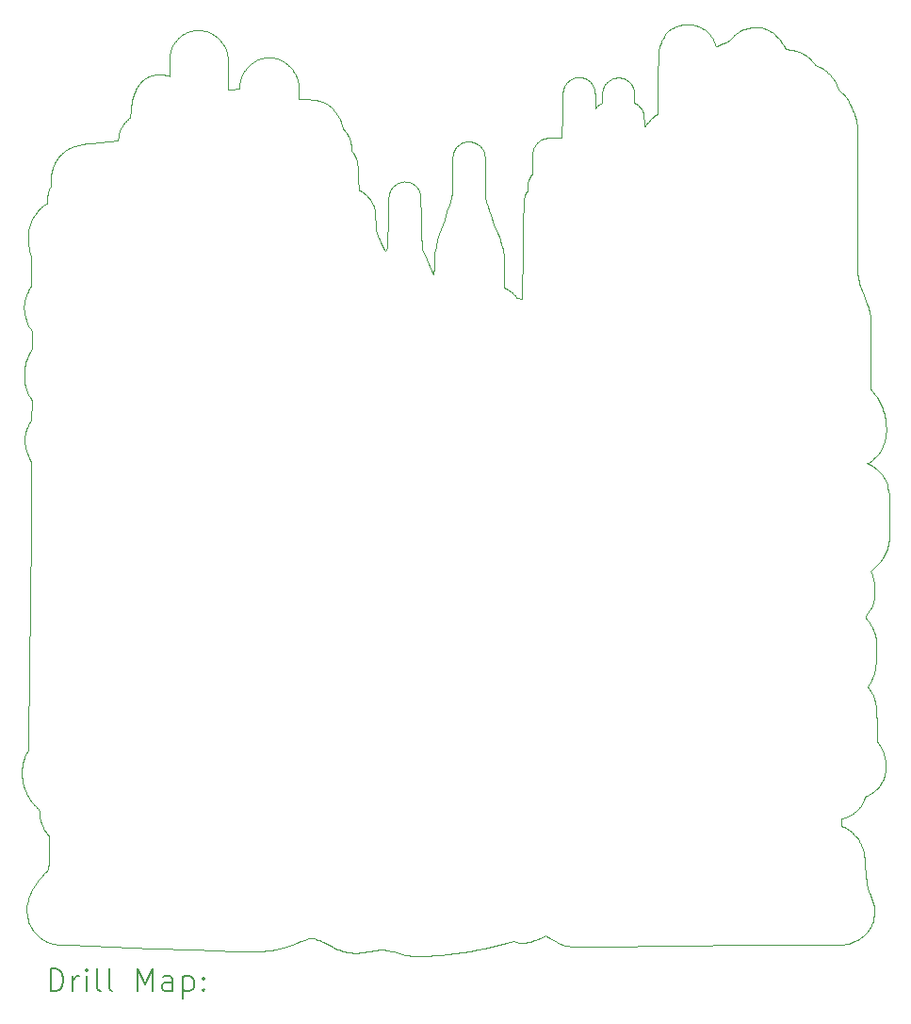
<source format=gbr>
%TF.GenerationSoftware,KiCad,Pcbnew,9.0.3*%
%TF.CreationDate,2025-08-17T22:36:11+02:00*%
%TF.ProjectId,CH32PBG,43483332-5042-4472-9e6b-696361645f70,rev?*%
%TF.SameCoordinates,Original*%
%TF.FileFunction,Drillmap*%
%TF.FilePolarity,Positive*%
%FSLAX45Y45*%
G04 Gerber Fmt 4.5, Leading zero omitted, Abs format (unit mm)*
G04 Created by KiCad (PCBNEW 9.0.3) date 2025-08-17 22:36:11*
%MOMM*%
%LPD*%
G01*
G04 APERTURE LIST*
%ADD10C,0.026458*%
%ADD11C,0.200000*%
G04 APERTURE END LIST*
D10*
X17057172Y-5917095D02*
X17076826Y-5919082D01*
X17087773Y-5920873D01*
X17098618Y-5923158D01*
X17109345Y-5925924D01*
X17119937Y-5929161D01*
X17130377Y-5932856D01*
X17140649Y-5936997D01*
X17150736Y-5941574D01*
X17160623Y-5946574D01*
X17170291Y-5951986D01*
X17179725Y-5957798D01*
X17188909Y-5963999D01*
X17197825Y-5970576D01*
X17206458Y-5977519D01*
X17214790Y-5984815D01*
X17222805Y-5992453D01*
X17230486Y-6000421D01*
X17236009Y-6006580D01*
X17241331Y-6012922D01*
X17246444Y-6019439D01*
X17251343Y-6026124D01*
X17256020Y-6032968D01*
X17260469Y-6039964D01*
X17264683Y-6047106D01*
X17268657Y-6054384D01*
X17272383Y-6061792D01*
X17275855Y-6069322D01*
X17279066Y-6076967D01*
X17282011Y-6084718D01*
X17284681Y-6092569D01*
X17287072Y-6100511D01*
X17289175Y-6108538D01*
X17290986Y-6116641D01*
X17298468Y-6112931D01*
X17306002Y-6109382D01*
X17321198Y-6102693D01*
X17336517Y-6096419D01*
X17351905Y-6090403D01*
X17382657Y-6078519D01*
X17397911Y-6072339D01*
X17413007Y-6065792D01*
X17420265Y-6056170D01*
X17427676Y-6047043D01*
X17435226Y-6038398D01*
X17442905Y-6030223D01*
X17450699Y-6022506D01*
X17458596Y-6015233D01*
X17466584Y-6008394D01*
X17474649Y-6001974D01*
X17482780Y-5995963D01*
X17490964Y-5990347D01*
X17507442Y-5980252D01*
X17523982Y-5971589D01*
X17540486Y-5964260D01*
X17556854Y-5958166D01*
X17572986Y-5953206D01*
X17588782Y-5949281D01*
X17604143Y-5946293D01*
X17618970Y-5944142D01*
X17633162Y-5942728D01*
X17646620Y-5941953D01*
X17659245Y-5941717D01*
X17671634Y-5942431D01*
X17683746Y-5943719D01*
X17695580Y-5945557D01*
X17707137Y-5947924D01*
X17718416Y-5950798D01*
X17729417Y-5954158D01*
X17740139Y-5957983D01*
X17750582Y-5962249D01*
X17760746Y-5966936D01*
X17770631Y-5972022D01*
X17780235Y-5977486D01*
X17789559Y-5983305D01*
X17798603Y-5989458D01*
X17807365Y-5995923D01*
X17824046Y-6009703D01*
X17839600Y-6024473D01*
X17854022Y-6040058D01*
X17867312Y-6056285D01*
X17879466Y-6072980D01*
X17890482Y-6089971D01*
X17900356Y-6107084D01*
X17909087Y-6124145D01*
X17916671Y-6140981D01*
X17926098Y-6141287D01*
X17938153Y-6142229D01*
X17952321Y-6143842D01*
X17968086Y-6146161D01*
X17984933Y-6149222D01*
X18002346Y-6153059D01*
X18011103Y-6155279D01*
X18019809Y-6157707D01*
X18028398Y-6160346D01*
X18036806Y-6163202D01*
X18043017Y-6165511D01*
X18049187Y-6167944D01*
X18055310Y-6170502D01*
X18061381Y-6173186D01*
X18067397Y-6175997D01*
X18073351Y-6178937D01*
X18079239Y-6182008D01*
X18085056Y-6185209D01*
X18090797Y-6188544D01*
X18096456Y-6192012D01*
X18102031Y-6195615D01*
X18107514Y-6199355D01*
X18112902Y-6203233D01*
X18118189Y-6207249D01*
X18123370Y-6211406D01*
X18128441Y-6215705D01*
X18132560Y-6219497D01*
X18136591Y-6223369D01*
X18140537Y-6227320D01*
X18144400Y-6231344D01*
X18148185Y-6235439D01*
X18151894Y-6239602D01*
X18159095Y-6248113D01*
X18166029Y-6256849D01*
X18172719Y-6265782D01*
X18179190Y-6274883D01*
X18185466Y-6284125D01*
X18192026Y-6286431D01*
X18198551Y-6288852D01*
X18205036Y-6291389D01*
X18211476Y-6294040D01*
X18217863Y-6296805D01*
X18224192Y-6299683D01*
X18230457Y-6302674D01*
X18236652Y-6305777D01*
X18240234Y-6307660D01*
X18243780Y-6309607D01*
X18247290Y-6311616D01*
X18250763Y-6313685D01*
X18254201Y-6315813D01*
X18257602Y-6317998D01*
X18264295Y-6322533D01*
X18270842Y-6327276D01*
X18277241Y-6332214D01*
X18283492Y-6337334D01*
X18289594Y-6342622D01*
X18296519Y-6348969D01*
X18303344Y-6355422D01*
X18310051Y-6361996D01*
X18316616Y-6368706D01*
X18323020Y-6375566D01*
X18329241Y-6382591D01*
X18335259Y-6389795D01*
X18338184Y-6393469D01*
X18341051Y-6397193D01*
X18345445Y-6403113D01*
X18349675Y-6409147D01*
X18353742Y-6415290D01*
X18357647Y-6421537D01*
X18361391Y-6427882D01*
X18364975Y-6434322D01*
X18368401Y-6440849D01*
X18371669Y-6447461D01*
X18374782Y-6454151D01*
X18377739Y-6460915D01*
X18380542Y-6467748D01*
X18383192Y-6474644D01*
X18385691Y-6481599D01*
X18388039Y-6488608D01*
X18390238Y-6495666D01*
X18392288Y-6502768D01*
X18402651Y-6510503D01*
X18412729Y-6518967D01*
X18422523Y-6528113D01*
X18432034Y-6537892D01*
X18441264Y-6548257D01*
X18450213Y-6559159D01*
X18458883Y-6570550D01*
X18467275Y-6582382D01*
X18475391Y-6594607D01*
X18483230Y-6607177D01*
X18490795Y-6620044D01*
X18498087Y-6633159D01*
X18505106Y-6646476D01*
X18511854Y-6659945D01*
X18524541Y-6687149D01*
X18530352Y-6701521D01*
X18535695Y-6715939D01*
X18540576Y-6730407D01*
X18545002Y-6744929D01*
X18548977Y-6759509D01*
X18552508Y-6774150D01*
X18555600Y-6788858D01*
X18558260Y-6803634D01*
X18560493Y-6818484D01*
X18562305Y-6833411D01*
X18563701Y-6848419D01*
X18564688Y-6863512D01*
X18565271Y-6878693D01*
X18565456Y-6893968D01*
X18565249Y-6909338D01*
X18564655Y-6924809D01*
X18564253Y-7086621D01*
X18563221Y-7248510D01*
X18561051Y-7765791D01*
X18560702Y-7880565D01*
X18560658Y-7937946D01*
X18561051Y-7995338D01*
X18561263Y-8051924D01*
X18561637Y-8075961D01*
X18562284Y-8098051D01*
X18563279Y-8118865D01*
X18564691Y-8139072D01*
X18566594Y-8159340D01*
X18569060Y-8180339D01*
X18572512Y-8200753D01*
X18577181Y-8221721D01*
X18582893Y-8243090D01*
X18589472Y-8264708D01*
X18596746Y-8286423D01*
X18604539Y-8308082D01*
X18620986Y-8350626D01*
X18652446Y-8428348D01*
X18664670Y-8461088D01*
X18669295Y-8475396D01*
X18672697Y-8488124D01*
X18674139Y-8494700D01*
X18675320Y-8501320D01*
X18676275Y-8507979D01*
X18677040Y-8514667D01*
X18677650Y-8521376D01*
X18678142Y-8528100D01*
X18678911Y-8541558D01*
X18681578Y-8865130D01*
X18682307Y-9026921D01*
X18681948Y-9188702D01*
X18691530Y-9200861D01*
X18704579Y-9218287D01*
X18720133Y-9240363D01*
X18737232Y-9266475D01*
X18746059Y-9280852D01*
X18754913Y-9296007D01*
X18763671Y-9311863D01*
X18772215Y-9328344D01*
X18780423Y-9345373D01*
X18788177Y-9362871D01*
X18795354Y-9380764D01*
X18801837Y-9398973D01*
X18806687Y-9418710D01*
X18810984Y-9438573D01*
X18814683Y-9458548D01*
X18817739Y-9478619D01*
X18820106Y-9498773D01*
X18821739Y-9518995D01*
X18822594Y-9539270D01*
X18822624Y-9559584D01*
X18822361Y-9569033D01*
X18821902Y-9578483D01*
X18821245Y-9587927D01*
X18820384Y-9597357D01*
X18819315Y-9606768D01*
X18818034Y-9616152D01*
X18816537Y-9625502D01*
X18814819Y-9634812D01*
X18812876Y-9644074D01*
X18810705Y-9653282D01*
X18808300Y-9662430D01*
X18805657Y-9671510D01*
X18802773Y-9680515D01*
X18799642Y-9689439D01*
X18796261Y-9698275D01*
X18792626Y-9707016D01*
X18790207Y-9712655D01*
X18787656Y-9718232D01*
X18784975Y-9723746D01*
X18782167Y-9729195D01*
X18779234Y-9734578D01*
X18776180Y-9739892D01*
X18773006Y-9745136D01*
X18769715Y-9750308D01*
X18766310Y-9755406D01*
X18762794Y-9760429D01*
X18759168Y-9765374D01*
X18755435Y-9770239D01*
X18751598Y-9775023D01*
X18747660Y-9779725D01*
X18743623Y-9784342D01*
X18739489Y-9788872D01*
X18734571Y-9793968D01*
X18729561Y-9798967D01*
X18724461Y-9803871D01*
X18719276Y-9808680D01*
X18708658Y-9818020D01*
X18697733Y-9826996D01*
X18686524Y-9835619D01*
X18675055Y-9843897D01*
X18663349Y-9851842D01*
X18651433Y-9859462D01*
X18655433Y-9861050D01*
X18659413Y-9862680D01*
X18663369Y-9864362D01*
X18667302Y-9866102D01*
X18671210Y-9867911D01*
X18675092Y-9869796D01*
X18678947Y-9871765D01*
X18682774Y-9873828D01*
X18687087Y-9876109D01*
X18691353Y-9878476D01*
X18695572Y-9880925D01*
X18699744Y-9883455D01*
X18703868Y-9886063D01*
X18707944Y-9888748D01*
X18711972Y-9891506D01*
X18715951Y-9894337D01*
X18719880Y-9897237D01*
X18723761Y-9900205D01*
X18727592Y-9903237D01*
X18731372Y-9906333D01*
X18738782Y-9912705D01*
X18745987Y-9919303D01*
X18765861Y-9939216D01*
X18783282Y-9959298D01*
X18798397Y-9979944D01*
X18811354Y-10001547D01*
X18822301Y-10024502D01*
X18831384Y-10049203D01*
X18838751Y-10076045D01*
X18844549Y-10105422D01*
X18848926Y-10137728D01*
X18852030Y-10173358D01*
X18854007Y-10212705D01*
X18855005Y-10256165D01*
X18854654Y-10356998D01*
X18852157Y-10479011D01*
X18851311Y-10507518D01*
X18850688Y-10521768D01*
X18849846Y-10535997D01*
X18848721Y-10550192D01*
X18847250Y-10564340D01*
X18845368Y-10578427D01*
X18843010Y-10592440D01*
X18838486Y-10610662D01*
X18833037Y-10628258D01*
X18826706Y-10645261D01*
X18819537Y-10661702D01*
X18811571Y-10677613D01*
X18802851Y-10693027D01*
X18793421Y-10707976D01*
X18783324Y-10722490D01*
X18772601Y-10736604D01*
X18761296Y-10750348D01*
X18749452Y-10763754D01*
X18737112Y-10776855D01*
X18724317Y-10789682D01*
X18711112Y-10802269D01*
X18697539Y-10814645D01*
X18683640Y-10826845D01*
X18688113Y-10837181D01*
X18692294Y-10847644D01*
X18696188Y-10858221D01*
X18699803Y-10868903D01*
X18703145Y-10879679D01*
X18706220Y-10890540D01*
X18709036Y-10901474D01*
X18711597Y-10912472D01*
X18713331Y-10920608D01*
X18714841Y-10928834D01*
X18716137Y-10937122D01*
X18717233Y-10945445D01*
X18718140Y-10953774D01*
X18718870Y-10962081D01*
X18719846Y-10978515D01*
X18720258Y-10994523D01*
X18720201Y-11009879D01*
X18719771Y-11024359D01*
X18719064Y-11037736D01*
X18718449Y-11045841D01*
X18717645Y-11053933D01*
X18716648Y-11062006D01*
X18715457Y-11070052D01*
X18714069Y-11078067D01*
X18712481Y-11086044D01*
X18710693Y-11093977D01*
X18708700Y-11101860D01*
X18706501Y-11109687D01*
X18704094Y-11117451D01*
X18701475Y-11125146D01*
X18698644Y-11132767D01*
X18695597Y-11140307D01*
X18692332Y-11147759D01*
X18688846Y-11155119D01*
X18685138Y-11162380D01*
X18682709Y-11166784D01*
X18680200Y-11171143D01*
X18677615Y-11175456D01*
X18674956Y-11179726D01*
X18669433Y-11188138D01*
X18663657Y-11196389D01*
X18657655Y-11204487D01*
X18651453Y-11212442D01*
X18645076Y-11220262D01*
X18638553Y-11227957D01*
X18638669Y-11231735D01*
X18638735Y-11235365D01*
X18638789Y-11237128D01*
X18638878Y-11238858D01*
X18639019Y-11240557D01*
X18639227Y-11242226D01*
X18639519Y-11243866D01*
X18639909Y-11245480D01*
X18640415Y-11247068D01*
X18640716Y-11247853D01*
X18641052Y-11248631D01*
X18641425Y-11249405D01*
X18641836Y-11250172D01*
X18642288Y-11250935D01*
X18642783Y-11251692D01*
X18643323Y-11252445D01*
X18643910Y-11253192D01*
X18644545Y-11253935D01*
X18645231Y-11254674D01*
X18651663Y-11262733D01*
X18657935Y-11270909D01*
X18664032Y-11279204D01*
X18669938Y-11287624D01*
X18675637Y-11296172D01*
X18681114Y-11304852D01*
X18686353Y-11313670D01*
X18691340Y-11322628D01*
X18696100Y-11331789D01*
X18700752Y-11341024D01*
X18705243Y-11350345D01*
X18709518Y-11359764D01*
X18713526Y-11369292D01*
X18717212Y-11378940D01*
X18718918Y-11383813D01*
X18720523Y-11388720D01*
X18722021Y-11393664D01*
X18723405Y-11398644D01*
X18726567Y-11412664D01*
X18729229Y-11426771D01*
X18731430Y-11440950D01*
X18733209Y-11455185D01*
X18734604Y-11469461D01*
X18735655Y-11483762D01*
X18736401Y-11498075D01*
X18736879Y-11512384D01*
X18737032Y-11529596D01*
X18736921Y-11546810D01*
X18736549Y-11564020D01*
X18735917Y-11581217D01*
X18735028Y-11598395D01*
X18733885Y-11615546D01*
X18732491Y-11632664D01*
X18730846Y-11649740D01*
X18728219Y-11671862D01*
X18726755Y-11682927D01*
X18725133Y-11693975D01*
X18723306Y-11704994D01*
X18721228Y-11715971D01*
X18718856Y-11726893D01*
X18716144Y-11737745D01*
X18714140Y-11744263D01*
X18712018Y-11750755D01*
X18709786Y-11757220D01*
X18707453Y-11763654D01*
X18705027Y-11770057D01*
X18702515Y-11776427D01*
X18699927Y-11782762D01*
X18697270Y-11789060D01*
X18692887Y-11798941D01*
X18688346Y-11808768D01*
X18683625Y-11818516D01*
X18678699Y-11828166D01*
X18673545Y-11837694D01*
X18668140Y-11847079D01*
X18662461Y-11856300D01*
X18656484Y-11865334D01*
X18656442Y-11865503D01*
X18656405Y-11865662D01*
X18656374Y-11865810D01*
X18656349Y-11865948D01*
X18656328Y-11866077D01*
X18656313Y-11866197D01*
X18656303Y-11866307D01*
X18656297Y-11866410D01*
X18656297Y-11866504D01*
X18656301Y-11866590D01*
X18656311Y-11866669D01*
X18656324Y-11866740D01*
X18656343Y-11866805D01*
X18656366Y-11866863D01*
X18656393Y-11866916D01*
X18656424Y-11866962D01*
X18656460Y-11867003D01*
X18656500Y-11867039D01*
X18656544Y-11867070D01*
X18656591Y-11867096D01*
X18656643Y-11867119D01*
X18656698Y-11867138D01*
X18656757Y-11867153D01*
X18656820Y-11867165D01*
X18656956Y-11867182D01*
X18657105Y-11867191D01*
X18657440Y-11867195D01*
X18662626Y-11873222D01*
X18667628Y-11879401D01*
X18672446Y-11885726D01*
X18677078Y-11892189D01*
X18681524Y-11898784D01*
X18685785Y-11905503D01*
X18689859Y-11912341D01*
X18693746Y-11919291D01*
X18697445Y-11926345D01*
X18700957Y-11933497D01*
X18704280Y-11940741D01*
X18707415Y-11948069D01*
X18710360Y-11955475D01*
X18713116Y-11962952D01*
X18715681Y-11970493D01*
X18718056Y-11978092D01*
X18719972Y-11984777D01*
X18721737Y-11991496D01*
X18724844Y-12005030D01*
X18727438Y-12018673D01*
X18729579Y-12032404D01*
X18731327Y-12046203D01*
X18732742Y-12060049D01*
X18733883Y-12073922D01*
X18734813Y-12087801D01*
X18736405Y-12120928D01*
X18737454Y-12154070D01*
X18738393Y-12220377D01*
X18738960Y-12352953D01*
X18743755Y-12358913D01*
X18748426Y-12364972D01*
X18752971Y-12371126D01*
X18757386Y-12377373D01*
X18761670Y-12383712D01*
X18765820Y-12390138D01*
X18769834Y-12396651D01*
X18773710Y-12403247D01*
X18777446Y-12409924D01*
X18781038Y-12416680D01*
X18784485Y-12423513D01*
X18787785Y-12430419D01*
X18790934Y-12437397D01*
X18793931Y-12444444D01*
X18796774Y-12451557D01*
X18799460Y-12458735D01*
X18804925Y-12476595D01*
X18808325Y-12490772D01*
X18811668Y-12507937D01*
X18814578Y-12527706D01*
X18816679Y-12549696D01*
X18817594Y-12573523D01*
X18816947Y-12598803D01*
X18814362Y-12625155D01*
X18809462Y-12652194D01*
X18806027Y-12665851D01*
X18801872Y-12679537D01*
X18796950Y-12693203D01*
X18791214Y-12706801D01*
X18784617Y-12720283D01*
X18777112Y-12733602D01*
X18768652Y-12746709D01*
X18759190Y-12759556D01*
X18748680Y-12772097D01*
X18737073Y-12784282D01*
X18724323Y-12796064D01*
X18710383Y-12807395D01*
X18706078Y-12810695D01*
X18701704Y-12813895D01*
X18697265Y-12816997D01*
X18692763Y-12820006D01*
X18683591Y-12825761D01*
X18674219Y-12831192D01*
X18664678Y-12836333D01*
X18655001Y-12841216D01*
X18645218Y-12845873D01*
X18635361Y-12850339D01*
X18633387Y-12855892D01*
X18631340Y-12861426D01*
X18629216Y-12866936D01*
X18627014Y-12872417D01*
X18624731Y-12877864D01*
X18622366Y-12883273D01*
X18619916Y-12888637D01*
X18617378Y-12893953D01*
X18613846Y-12901158D01*
X18610144Y-12908269D01*
X18606260Y-12915274D01*
X18602185Y-12922162D01*
X18597909Y-12928922D01*
X18593422Y-12935542D01*
X18588714Y-12942011D01*
X18586274Y-12945185D01*
X18583775Y-12948317D01*
X18578147Y-12954929D01*
X18572324Y-12961372D01*
X18566311Y-12967641D01*
X18560115Y-12973732D01*
X18553741Y-12979640D01*
X18547197Y-12985360D01*
X18540489Y-12990889D01*
X18533622Y-12996221D01*
X18526602Y-13001352D01*
X18519437Y-13006277D01*
X18512132Y-13010992D01*
X18504694Y-13015493D01*
X18497128Y-13019774D01*
X18489442Y-13023832D01*
X18481640Y-13027661D01*
X18473730Y-13031257D01*
X18467506Y-13033874D01*
X18461204Y-13036278D01*
X18454833Y-13038501D01*
X18448401Y-13040572D01*
X18441917Y-13042522D01*
X18435391Y-13044382D01*
X18422248Y-13047949D01*
X18422248Y-13113165D01*
X18435385Y-13120094D01*
X18448331Y-13127327D01*
X18461054Y-13134886D01*
X18473521Y-13142788D01*
X18485699Y-13151053D01*
X18497555Y-13159700D01*
X18509058Y-13168749D01*
X18520173Y-13178219D01*
X18530868Y-13188129D01*
X18541111Y-13198499D01*
X18550869Y-13209348D01*
X18560108Y-13220695D01*
X18568797Y-13232559D01*
X18576902Y-13244960D01*
X18584390Y-13257917D01*
X18591230Y-13271450D01*
X18593672Y-13275931D01*
X18596012Y-13280460D01*
X18598250Y-13285035D01*
X18600390Y-13289653D01*
X18604385Y-13299010D01*
X18608015Y-13308514D01*
X18611300Y-13318150D01*
X18614259Y-13327899D01*
X18616911Y-13337746D01*
X18619277Y-13347672D01*
X18622304Y-13363162D01*
X18624898Y-13378659D01*
X18628995Y-13409778D01*
X18631981Y-13441220D01*
X18634268Y-13473181D01*
X18638395Y-13539434D01*
X18641060Y-13574113D01*
X18644676Y-13610085D01*
X18646598Y-13624322D01*
X18647634Y-13631509D01*
X18648732Y-13638714D01*
X18650812Y-13649417D01*
X18652985Y-13659028D01*
X18655260Y-13667730D01*
X18657648Y-13675701D01*
X18660159Y-13683123D01*
X18662804Y-13690175D01*
X18668536Y-13703891D01*
X18674926Y-13718290D01*
X18682057Y-13734813D01*
X18685926Y-13744321D01*
X18690011Y-13754901D01*
X18694323Y-13766733D01*
X18698871Y-13779997D01*
X18702977Y-13793078D01*
X18706662Y-13806302D01*
X18709874Y-13819655D01*
X18712558Y-13833121D01*
X18713685Y-13839891D01*
X18714659Y-13846683D01*
X18715475Y-13853496D01*
X18716125Y-13860327D01*
X18716603Y-13867174D01*
X18716901Y-13874036D01*
X18717013Y-13880910D01*
X18716932Y-13887794D01*
X18715860Y-13905593D01*
X18713936Y-13922737D01*
X18711202Y-13939235D01*
X18707701Y-13955096D01*
X18703474Y-13970326D01*
X18698564Y-13984936D01*
X18693013Y-13998933D01*
X18686863Y-14012326D01*
X18680155Y-14025122D01*
X18672934Y-14037330D01*
X18665239Y-14048960D01*
X18657114Y-14060018D01*
X18648601Y-14070513D01*
X18639741Y-14080454D01*
X18630577Y-14089848D01*
X18621152Y-14098705D01*
X18611506Y-14107033D01*
X18601683Y-14114839D01*
X18581673Y-14128922D01*
X18561458Y-14141020D01*
X18541375Y-14151201D01*
X18521761Y-14159531D01*
X18502953Y-14166077D01*
X18485289Y-14170905D01*
X18469105Y-14174082D01*
X18464433Y-14175073D01*
X18459753Y-14175941D01*
X18455065Y-14176693D01*
X18450370Y-14177338D01*
X18440963Y-14178340D01*
X18431538Y-14179011D01*
X18422102Y-14179418D01*
X18412661Y-14179627D01*
X18393787Y-14179715D01*
X17638671Y-14184158D01*
X16884759Y-14192976D01*
X16287072Y-14199401D01*
X16095255Y-14199601D01*
X16000626Y-14196664D01*
X15981773Y-14194567D01*
X15972352Y-14193500D01*
X15962949Y-14192330D01*
X15953575Y-14190987D01*
X15944243Y-14189405D01*
X15934963Y-14187513D01*
X15930346Y-14186430D01*
X15925747Y-14185244D01*
X15920752Y-14183841D01*
X15915801Y-14182312D01*
X15910892Y-14180663D01*
X15906025Y-14178901D01*
X15901197Y-14177032D01*
X15896407Y-14175063D01*
X15886937Y-14170852D01*
X15877606Y-14166321D01*
X15868403Y-14161524D01*
X15859316Y-14156514D01*
X15850338Y-14151344D01*
X15828176Y-14137949D01*
X15806111Y-14124376D01*
X15783912Y-14111005D01*
X15772691Y-14104516D01*
X15761351Y-14098221D01*
X15716121Y-14118478D01*
X15687647Y-14130873D01*
X15673132Y-14136776D01*
X15658459Y-14142355D01*
X15643648Y-14147513D01*
X15628717Y-14152154D01*
X15613687Y-14156183D01*
X15598578Y-14159502D01*
X15583409Y-14162018D01*
X15568200Y-14163632D01*
X15552970Y-14164249D01*
X15537740Y-14163773D01*
X15522529Y-14162108D01*
X15514937Y-14160800D01*
X15507357Y-14159158D01*
X15499791Y-14157171D01*
X15492243Y-14154827D01*
X15484714Y-14152114D01*
X15477208Y-14149019D01*
X15411731Y-14166374D01*
X15346057Y-14182961D01*
X15280171Y-14198644D01*
X15214057Y-14213285D01*
X15147700Y-14226746D01*
X15081086Y-14238890D01*
X15014198Y-14249579D01*
X14947021Y-14258676D01*
X14878887Y-14267267D01*
X14817366Y-14274055D01*
X14761921Y-14279104D01*
X14712018Y-14282480D01*
X14667119Y-14284248D01*
X14626688Y-14284473D01*
X14590191Y-14283220D01*
X14557090Y-14280554D01*
X14526850Y-14276542D01*
X14498934Y-14271246D01*
X14472808Y-14264734D01*
X14447000Y-14257070D01*
X14421000Y-14250000D01*
X14395000Y-14243000D01*
X14373000Y-14238000D01*
X14350000Y-14233000D01*
X14329000Y-14229000D01*
X14312000Y-14226000D01*
X14301000Y-14224000D01*
X14292000Y-14223000D01*
X14286000Y-14223000D01*
X14277000Y-14224000D01*
X14271000Y-14225000D01*
X14260000Y-14227000D01*
X14247000Y-14229000D01*
X14235000Y-14231000D01*
X14224000Y-14233000D01*
X14211000Y-14235000D01*
X14199000Y-14237000D01*
X14187000Y-14239000D01*
X14170000Y-14242000D01*
X14152000Y-14245000D01*
X14139712Y-14247001D01*
X14123378Y-14249908D01*
X14106939Y-14252152D01*
X14090413Y-14253731D01*
X14073817Y-14254645D01*
X14040494Y-14254475D01*
X14007118Y-14251632D01*
X13990456Y-14249206D01*
X13973836Y-14246110D01*
X13957277Y-14242342D01*
X13940797Y-14237902D01*
X13924414Y-14232788D01*
X13908148Y-14227000D01*
X13892016Y-14220537D01*
X13876038Y-14213398D01*
X13860231Y-14205581D01*
X13844000Y-14197000D01*
X13831000Y-14191000D01*
X13813000Y-14182000D01*
X13796000Y-14173000D01*
X13778000Y-14165000D01*
X13766000Y-14159000D01*
X13755000Y-14154000D01*
X13742000Y-14148000D01*
X13728000Y-14142000D01*
X13716000Y-14136000D01*
X13698000Y-14129000D01*
X13684000Y-14123000D01*
X13666000Y-14120000D01*
X13652000Y-14120000D01*
X13639000Y-14122000D01*
X13624000Y-14126000D01*
X13599000Y-14136000D01*
X13562000Y-14149000D01*
X13530000Y-14161000D01*
X13485000Y-14178000D01*
X13432000Y-14198000D01*
X13374000Y-14217000D01*
X13331000Y-14227000D01*
X13294000Y-14233000D01*
X13254000Y-14236000D01*
X13222000Y-14237000D01*
X13196000Y-14237000D01*
X13186000Y-14237000D01*
X13178000Y-14237000D01*
X13170000Y-14237000D01*
X13164000Y-14237000D01*
X13158000Y-14237000D01*
X13150410Y-14237000D01*
X13143000Y-14237000D01*
X13136000Y-14237000D01*
X13116843Y-14237506D01*
X13096450Y-14237757D01*
X13055665Y-14237670D01*
X12974105Y-14236972D01*
X12601846Y-14225502D01*
X12229667Y-14211760D01*
X11485385Y-14182402D01*
X11431381Y-14181116D01*
X11417889Y-14180600D01*
X11404407Y-14179895D01*
X11390937Y-14178946D01*
X11377484Y-14177699D01*
X11352800Y-14174420D01*
X11328920Y-14169433D01*
X11305897Y-14162801D01*
X11283787Y-14154587D01*
X11262644Y-14144856D01*
X11242521Y-14133671D01*
X11223475Y-14121097D01*
X11205558Y-14107196D01*
X11188826Y-14092033D01*
X11173333Y-14075672D01*
X11159133Y-14058175D01*
X11146281Y-14039608D01*
X11134832Y-14020033D01*
X11124839Y-13999515D01*
X11116357Y-13978118D01*
X11109440Y-13955904D01*
X11104144Y-13932938D01*
X11100522Y-13909284D01*
X11098629Y-13885005D01*
X11098519Y-13860166D01*
X11100247Y-13834829D01*
X11103867Y-13809059D01*
X11109433Y-13782920D01*
X11117001Y-13756475D01*
X11126624Y-13729788D01*
X11138356Y-13702923D01*
X11152254Y-13675943D01*
X11168369Y-13648913D01*
X11186758Y-13621896D01*
X11207475Y-13594956D01*
X11230574Y-13568157D01*
X11256109Y-13541562D01*
X11260603Y-13536966D01*
X11265232Y-13532505D01*
X11269977Y-13528159D01*
X11274814Y-13523908D01*
X11279724Y-13519733D01*
X11284685Y-13515612D01*
X11294673Y-13507456D01*
X11294883Y-13477316D01*
X11295178Y-13462284D01*
X11295732Y-13447253D01*
X11296904Y-13326020D01*
X11297051Y-13265404D01*
X11296662Y-13204787D01*
X11289361Y-13194977D01*
X11285774Y-13190036D01*
X11282235Y-13185066D01*
X11278751Y-13180065D01*
X11275326Y-13175029D01*
X11271967Y-13169955D01*
X11268679Y-13164841D01*
X11260178Y-13151051D01*
X11252225Y-13136936D01*
X11248465Y-13129761D01*
X11244855Y-13122511D01*
X11241400Y-13115187D01*
X11238103Y-13107790D01*
X11234970Y-13100324D01*
X11232004Y-13092789D01*
X11229210Y-13085187D01*
X11226593Y-13077521D01*
X11224156Y-13069792D01*
X11221904Y-13062001D01*
X11219841Y-13054151D01*
X11217972Y-13046244D01*
X11216818Y-13041146D01*
X11215788Y-13036029D01*
X11214065Y-13025739D01*
X11212737Y-13015387D01*
X11211737Y-13004987D01*
X11210998Y-12994550D01*
X11210452Y-12984089D01*
X11209678Y-12963148D01*
X11204092Y-12958948D01*
X11198580Y-12954638D01*
X11193149Y-12950217D01*
X11187807Y-12945682D01*
X11182564Y-12941030D01*
X11177425Y-12936260D01*
X11172400Y-12931369D01*
X11167497Y-12926355D01*
X11162207Y-12920573D01*
X11157043Y-12914682D01*
X11152006Y-12908686D01*
X11147094Y-12902588D01*
X11142308Y-12896393D01*
X11137647Y-12890105D01*
X11133112Y-12883726D01*
X11128701Y-12877262D01*
X11124415Y-12870715D01*
X11120254Y-12864089D01*
X11112304Y-12850618D01*
X11104850Y-12836877D01*
X11097889Y-12822898D01*
X11093335Y-12813024D01*
X11089042Y-12803039D01*
X11085009Y-12792948D01*
X11081237Y-12782759D01*
X11077724Y-12772479D01*
X11074472Y-12762113D01*
X11071478Y-12751668D01*
X11068743Y-12741153D01*
X11066267Y-12730572D01*
X11064050Y-12719934D01*
X11062090Y-12709244D01*
X11060388Y-12698509D01*
X11058943Y-12687737D01*
X11057754Y-12676933D01*
X11056823Y-12666106D01*
X11056147Y-12655260D01*
X11055506Y-12640149D01*
X11055422Y-12625024D01*
X11055911Y-12609912D01*
X11056989Y-12594837D01*
X11058670Y-12579825D01*
X11060971Y-12564902D01*
X11062358Y-12557481D01*
X11063906Y-12550092D01*
X11065616Y-12542738D01*
X11067490Y-12535422D01*
X11069285Y-12528824D01*
X11071125Y-12522510D01*
X11073002Y-12516473D01*
X11074910Y-12510702D01*
X11076842Y-12505189D01*
X11078793Y-12499925D01*
X11080755Y-12494902D01*
X11082722Y-12490110D01*
X11086643Y-12481184D01*
X11090504Y-12473077D01*
X11094252Y-12465716D01*
X11097834Y-12459032D01*
X11104291Y-12447404D01*
X11107061Y-12442318D01*
X11109454Y-12437623D01*
X11111417Y-12433247D01*
X11112222Y-12431157D01*
X11112899Y-12429119D01*
X11113443Y-12427126D01*
X11113846Y-12425167D01*
X11114103Y-12423235D01*
X11114206Y-12421321D01*
X11114642Y-12385205D01*
X11114965Y-12367102D01*
X11115524Y-12348974D01*
X11129135Y-11097442D01*
X11134554Y-10471727D01*
X11136130Y-9845871D01*
X11127474Y-9828119D01*
X11118900Y-9809186D01*
X11110649Y-9789162D01*
X11102960Y-9768136D01*
X11096075Y-9746199D01*
X11090233Y-9723441D01*
X11085675Y-9699952D01*
X11082641Y-9675823D01*
X11081373Y-9651143D01*
X11082110Y-9626003D01*
X11083305Y-9613289D01*
X11085093Y-9600493D01*
X11087501Y-9587627D01*
X11090562Y-9574703D01*
X11094304Y-9561731D01*
X11098758Y-9548723D01*
X11103953Y-9535690D01*
X11109921Y-9522643D01*
X11116691Y-9509594D01*
X11124292Y-9496554D01*
X11132755Y-9483534D01*
X11142111Y-9470545D01*
X11145690Y-9298721D01*
X11134178Y-9280116D01*
X11125949Y-9264469D01*
X11116834Y-9245025D01*
X11107402Y-9222108D01*
X11098226Y-9196043D01*
X11089875Y-9167154D01*
X11082922Y-9135766D01*
X11077937Y-9102203D01*
X11075491Y-9066790D01*
X11076156Y-9029852D01*
X11077832Y-9010912D01*
X11080501Y-8991712D01*
X11084233Y-8972293D01*
X11089099Y-8952696D01*
X11095171Y-8932960D01*
X11102520Y-8913128D01*
X11111218Y-8893238D01*
X11121335Y-8873332D01*
X11132944Y-8853450D01*
X11146116Y-8833633D01*
X11145354Y-8672713D01*
X11130211Y-8648293D01*
X11116734Y-8623479D01*
X11104992Y-8598324D01*
X11095052Y-8572883D01*
X11086982Y-8547210D01*
X11080850Y-8521360D01*
X11076724Y-8495388D01*
X11074672Y-8469347D01*
X11074761Y-8443292D01*
X11075631Y-8430276D01*
X11077061Y-8417277D01*
X11079060Y-8404302D01*
X11081638Y-8391358D01*
X11084802Y-8378450D01*
X11088560Y-8365587D01*
X11092922Y-8352775D01*
X11097896Y-8340021D01*
X11103491Y-8327331D01*
X11109714Y-8314713D01*
X11116574Y-8302173D01*
X11124081Y-8289717D01*
X11132241Y-8277354D01*
X11141065Y-8265089D01*
X11141913Y-8208794D01*
X11142035Y-8124942D01*
X11141433Y-8046091D01*
X11140861Y-8018713D01*
X11140109Y-8004795D01*
X11132095Y-7978625D01*
X11125234Y-7952163D01*
X11119604Y-7925486D01*
X11115285Y-7898672D01*
X11112356Y-7871801D01*
X11110896Y-7844952D01*
X11110985Y-7818201D01*
X11112702Y-7791629D01*
X11116127Y-7765314D01*
X11121337Y-7739334D01*
X11128414Y-7713768D01*
X11137436Y-7688695D01*
X11148483Y-7664192D01*
X11154790Y-7652180D01*
X11161633Y-7640340D01*
X11169022Y-7628681D01*
X11176967Y-7617215D01*
X11185477Y-7605950D01*
X11194563Y-7594897D01*
X11199205Y-7589735D01*
X11203942Y-7584657D01*
X11208772Y-7579667D01*
X11213694Y-7574768D01*
X11218707Y-7569962D01*
X11223811Y-7565253D01*
X11229004Y-7560645D01*
X11234286Y-7556140D01*
X11239655Y-7551741D01*
X11245110Y-7547453D01*
X11250652Y-7543277D01*
X11256278Y-7539217D01*
X11261987Y-7535277D01*
X11267780Y-7531459D01*
X11273654Y-7527767D01*
X11279609Y-7524204D01*
X11282285Y-7484769D01*
X11284155Y-7465031D01*
X11285372Y-7455215D01*
X11286832Y-7445455D01*
X11288580Y-7435769D01*
X11290656Y-7426173D01*
X11293104Y-7416682D01*
X11295965Y-7407314D01*
X11299283Y-7398085D01*
X11303099Y-7389012D01*
X11307457Y-7380110D01*
X11312398Y-7371397D01*
X11312912Y-7344965D01*
X11313764Y-7327274D01*
X11315201Y-7307376D01*
X11317362Y-7285852D01*
X11320388Y-7263286D01*
X11322269Y-7251793D01*
X11324418Y-7240257D01*
X11326854Y-7228752D01*
X11329593Y-7217349D01*
X11331096Y-7211369D01*
X11332773Y-7205443D01*
X11334616Y-7199572D01*
X11336619Y-7193759D01*
X11338778Y-7188004D01*
X11341084Y-7182308D01*
X11343532Y-7176672D01*
X11346117Y-7171099D01*
X11348693Y-7165906D01*
X11351360Y-7160757D01*
X11354117Y-7155652D01*
X11356965Y-7150595D01*
X11359902Y-7145589D01*
X11362929Y-7140636D01*
X11366046Y-7135739D01*
X11369253Y-7130901D01*
X11372549Y-7126124D01*
X11375935Y-7121410D01*
X11379409Y-7116763D01*
X11382973Y-7112185D01*
X11386626Y-7107679D01*
X11390367Y-7103247D01*
X11394197Y-7098893D01*
X11398116Y-7094618D01*
X11403505Y-7088982D01*
X11408954Y-7083406D01*
X11414480Y-7077912D01*
X11420098Y-7072520D01*
X11425822Y-7067251D01*
X11431668Y-7062127D01*
X11437650Y-7057169D01*
X11440698Y-7054759D01*
X11443785Y-7052398D01*
X11446560Y-7050311D01*
X11449378Y-7048276D01*
X11455137Y-7044362D01*
X11461044Y-7040659D01*
X11467078Y-7037173D01*
X11473222Y-7033907D01*
X11479455Y-7030866D01*
X11485759Y-7028054D01*
X11492115Y-7025475D01*
X11499086Y-7022600D01*
X11506103Y-7019805D01*
X11513164Y-7017108D01*
X11520265Y-7014532D01*
X11527404Y-7012096D01*
X11534578Y-7009822D01*
X11541786Y-7007728D01*
X11549024Y-7005838D01*
X11555334Y-7004041D01*
X11561674Y-7002429D01*
X11568041Y-7000977D01*
X11574431Y-6999656D01*
X11580842Y-6998439D01*
X11587268Y-6997299D01*
X11600158Y-6995141D01*
X11639958Y-6989275D01*
X11679820Y-6983924D01*
X11759670Y-6974283D01*
X11919492Y-6955867D01*
X11919765Y-6950108D01*
X11920469Y-6941475D01*
X11921810Y-6930370D01*
X11923993Y-6917200D01*
X11925465Y-6909966D01*
X11927225Y-6902367D01*
X11929298Y-6894454D01*
X11931710Y-6886278D01*
X11934487Y-6877888D01*
X11937655Y-6869336D01*
X11941240Y-6860671D01*
X11945266Y-6851945D01*
X11948839Y-6844812D01*
X11952630Y-6837794D01*
X11956634Y-6830898D01*
X11960848Y-6824128D01*
X11965266Y-6817491D01*
X11969883Y-6810991D01*
X11974694Y-6804635D01*
X11979695Y-6798428D01*
X11984881Y-6792375D01*
X11990247Y-6786482D01*
X11995787Y-6780755D01*
X12001498Y-6775198D01*
X12007374Y-6769819D01*
X12013411Y-6764621D01*
X12019603Y-6759611D01*
X12025946Y-6754794D01*
X12033833Y-6681594D01*
X12036125Y-6663336D01*
X12038710Y-6645120D01*
X12041672Y-6626957D01*
X12045092Y-6608859D01*
X12048003Y-6595150D01*
X12051308Y-6581514D01*
X12055017Y-6567973D01*
X12059142Y-6554547D01*
X12063692Y-6541257D01*
X12068681Y-6528123D01*
X12074117Y-6515166D01*
X12080012Y-6502406D01*
X12082170Y-6497948D01*
X12084404Y-6493528D01*
X12086713Y-6489150D01*
X12089100Y-6484814D01*
X12091562Y-6480523D01*
X12094102Y-6476280D01*
X12096718Y-6472086D01*
X12099410Y-6467944D01*
X12102180Y-6463856D01*
X12105027Y-6459824D01*
X12107951Y-6455850D01*
X12110952Y-6451936D01*
X12114030Y-6448086D01*
X12117186Y-6444300D01*
X12120419Y-6440581D01*
X12123731Y-6436932D01*
X12127570Y-6432875D01*
X12131505Y-6428906D01*
X12135534Y-6425030D01*
X12139656Y-6421251D01*
X12143870Y-6417576D01*
X12148175Y-6414008D01*
X12152570Y-6410554D01*
X12157052Y-6407218D01*
X12161622Y-6404005D01*
X12166277Y-6400922D01*
X12171016Y-6397972D01*
X12175839Y-6395161D01*
X12180743Y-6392494D01*
X12185728Y-6389977D01*
X12190793Y-6387614D01*
X12195935Y-6385410D01*
X12201551Y-6383209D01*
X12207217Y-6381158D01*
X12212931Y-6379256D01*
X12218689Y-6377501D01*
X12224487Y-6375894D01*
X12230322Y-6374433D01*
X12236191Y-6373116D01*
X12242089Y-6371942D01*
X12248013Y-6370911D01*
X12253960Y-6370021D01*
X12259925Y-6369271D01*
X12265906Y-6368660D01*
X12271898Y-6368187D01*
X12277898Y-6367850D01*
X12283903Y-6367649D01*
X12289909Y-6367582D01*
X12301286Y-6367737D01*
X12312652Y-6368291D01*
X12323991Y-6369259D01*
X12335284Y-6370657D01*
X12346513Y-6372500D01*
X12352098Y-6373594D01*
X12357659Y-6374805D01*
X12363196Y-6376136D01*
X12368705Y-6377588D01*
X12374185Y-6379163D01*
X12379632Y-6380863D01*
X12379910Y-6326112D01*
X12380214Y-6298731D01*
X12380769Y-6271360D01*
X12380979Y-6244547D01*
X12381274Y-6231152D01*
X12381513Y-6224460D01*
X12381829Y-6217772D01*
X12382321Y-6208083D01*
X12383192Y-6198423D01*
X12384435Y-6188806D01*
X12386047Y-6179246D01*
X12388025Y-6169754D01*
X12390363Y-6160346D01*
X12393057Y-6151035D01*
X12396104Y-6141834D01*
X12399499Y-6132756D01*
X12403238Y-6123815D01*
X12407317Y-6115024D01*
X12411732Y-6106398D01*
X12416479Y-6097949D01*
X12421552Y-6089691D01*
X12426949Y-6081637D01*
X12432665Y-6073801D01*
X12438192Y-6066924D01*
X12443883Y-6060177D01*
X12449743Y-6053572D01*
X12455774Y-6047124D01*
X12461981Y-6040845D01*
X12468368Y-6034749D01*
X12474937Y-6028849D01*
X12478292Y-6025977D01*
X12481693Y-6023159D01*
X12484524Y-6020834D01*
X12487391Y-6018569D01*
X12493230Y-6014208D01*
X12499206Y-6010064D01*
X12505313Y-6006125D01*
X12511544Y-6002376D01*
X12517894Y-5998807D01*
X12524357Y-5995403D01*
X12530928Y-5992153D01*
X12536382Y-5989775D01*
X12541894Y-5987526D01*
X12547460Y-5985407D01*
X12553078Y-5983416D01*
X12558742Y-5981555D01*
X12564451Y-5979824D01*
X12570199Y-5978223D01*
X12575983Y-5976753D01*
X12581801Y-5975414D01*
X12587647Y-5974205D01*
X12593519Y-5973128D01*
X12599412Y-5972183D01*
X12605324Y-5971370D01*
X12611250Y-5970689D01*
X12617187Y-5970141D01*
X12623132Y-5969725D01*
X12630663Y-5969349D01*
X12638208Y-5969172D01*
X12645761Y-5969198D01*
X12653313Y-5969430D01*
X12660857Y-5969870D01*
X12668385Y-5970523D01*
X12675890Y-5971391D01*
X12683364Y-5972477D01*
X12690799Y-5973785D01*
X12698189Y-5975318D01*
X12705524Y-5977079D01*
X12712799Y-5979071D01*
X12720005Y-5981297D01*
X12727135Y-5983761D01*
X12734180Y-5986465D01*
X12741135Y-5989414D01*
X12748129Y-5992693D01*
X12755021Y-5996172D01*
X12761809Y-5999844D01*
X12768490Y-6003704D01*
X12775062Y-6007746D01*
X12781522Y-6011965D01*
X12787868Y-6016355D01*
X12794097Y-6020911D01*
X12800206Y-6025626D01*
X12806194Y-6030496D01*
X12812058Y-6035514D01*
X12817794Y-6040675D01*
X12823402Y-6045974D01*
X12828877Y-6051405D01*
X12834219Y-6056962D01*
X12839423Y-6062639D01*
X12843921Y-6067779D01*
X12848313Y-6073024D01*
X12852590Y-6078371D01*
X12856745Y-6083818D01*
X12860772Y-6089364D01*
X12864663Y-6095006D01*
X12868411Y-6100742D01*
X12872009Y-6106571D01*
X12875448Y-6112490D01*
X12878723Y-6118497D01*
X12881825Y-6124590D01*
X12884748Y-6130767D01*
X12887483Y-6137027D01*
X12890025Y-6143366D01*
X12892366Y-6149784D01*
X12894497Y-6156277D01*
X12895955Y-6161292D01*
X12897283Y-6166334D01*
X12898489Y-6171402D01*
X12899579Y-6176494D01*
X12901437Y-6186739D01*
X12902906Y-6197050D01*
X12904038Y-6207409D01*
X12904884Y-6217799D01*
X12905493Y-6228202D01*
X12905918Y-6238598D01*
X12906456Y-6370741D01*
X12907352Y-6502923D01*
X12919544Y-6502507D01*
X12933217Y-6501701D01*
X12962121Y-6499467D01*
X12988290Y-6497320D01*
X12998545Y-6496623D01*
X13005951Y-6496360D01*
X13006476Y-6487214D01*
X13007174Y-6478076D01*
X13008062Y-6468952D01*
X13009159Y-6459850D01*
X13010484Y-6450777D01*
X13012053Y-6441741D01*
X13013886Y-6432748D01*
X13016002Y-6423806D01*
X13018283Y-6415232D01*
X13020878Y-6406759D01*
X13023773Y-6398393D01*
X13026959Y-6390139D01*
X13030423Y-6382001D01*
X13034156Y-6373983D01*
X13038146Y-6366092D01*
X13042382Y-6358332D01*
X13046714Y-6350917D01*
X13051244Y-6343617D01*
X13055969Y-6336439D01*
X13060884Y-6329389D01*
X13065988Y-6322473D01*
X13071276Y-6315697D01*
X13076745Y-6309068D01*
X13082391Y-6302592D01*
X13088212Y-6296276D01*
X13094204Y-6290125D01*
X13100363Y-6284145D01*
X13106686Y-6278344D01*
X13113170Y-6272727D01*
X13119812Y-6267301D01*
X13126607Y-6262072D01*
X13133553Y-6257046D01*
X13139562Y-6252906D01*
X13145702Y-6248975D01*
X13151964Y-6245253D01*
X13158343Y-6241739D01*
X13164829Y-6238435D01*
X13171417Y-6235341D01*
X13178099Y-6232455D01*
X13184867Y-6229780D01*
X13191715Y-6227315D01*
X13198635Y-6225061D01*
X13205619Y-6223017D01*
X13212661Y-6221183D01*
X13219753Y-6219561D01*
X13226889Y-6218150D01*
X13234060Y-6216951D01*
X13241259Y-6215963D01*
X13250132Y-6214965D01*
X13259035Y-6214277D01*
X13267957Y-6213897D01*
X13276888Y-6213826D01*
X13285816Y-6214063D01*
X13294731Y-6214607D01*
X13303621Y-6215458D01*
X13312476Y-6216616D01*
X13321284Y-6218079D01*
X13330034Y-6219848D01*
X13338715Y-6221921D01*
X13347317Y-6224299D01*
X13355829Y-6226980D01*
X13364238Y-6229964D01*
X13372535Y-6233251D01*
X13380708Y-6236841D01*
X13387383Y-6240052D01*
X13393953Y-6243460D01*
X13400416Y-6247061D01*
X13406769Y-6250848D01*
X13413010Y-6254816D01*
X13419137Y-6258958D01*
X13425147Y-6263269D01*
X13431038Y-6267743D01*
X13436807Y-6272375D01*
X13442453Y-6277158D01*
X13447972Y-6282088D01*
X13453363Y-6287157D01*
X13458624Y-6292361D01*
X13463751Y-6297694D01*
X13468743Y-6303150D01*
X13473596Y-6308723D01*
X13481006Y-6317866D01*
X13488146Y-6327236D01*
X13494994Y-6336828D01*
X13501529Y-6346640D01*
X13507731Y-6356671D01*
X13513578Y-6366917D01*
X13519049Y-6377376D01*
X13521637Y-6382685D01*
X13524123Y-6388046D01*
X13525984Y-6392331D01*
X13527720Y-6396659D01*
X13529335Y-6401026D01*
X13530834Y-6405429D01*
X13532222Y-6409867D01*
X13533502Y-6414337D01*
X13534681Y-6418835D01*
X13535762Y-6423360D01*
X13537650Y-6432478D01*
X13539204Y-6441669D01*
X13540462Y-6450912D01*
X13541460Y-6460186D01*
X13542348Y-6475817D01*
X13543066Y-6491467D01*
X13544114Y-6522812D01*
X13545517Y-6585553D01*
X13603939Y-6587639D01*
X13633295Y-6589133D01*
X13662543Y-6591541D01*
X13677080Y-6593232D01*
X13691532Y-6595323D01*
X13705881Y-6597872D01*
X13720109Y-6600937D01*
X13734194Y-6604576D01*
X13748120Y-6608845D01*
X13761865Y-6613802D01*
X13775413Y-6619505D01*
X13781343Y-6622572D01*
X13787183Y-6625802D01*
X13792930Y-6629190D01*
X13798585Y-6632729D01*
X13804145Y-6636414D01*
X13809611Y-6640239D01*
X13814981Y-6644199D01*
X13820255Y-6648288D01*
X13825431Y-6652501D01*
X13830509Y-6656832D01*
X13835487Y-6661275D01*
X13840365Y-6665824D01*
X13845142Y-6670475D01*
X13849817Y-6675222D01*
X13854389Y-6680058D01*
X13858857Y-6684979D01*
X13865838Y-6693673D01*
X13872518Y-6702491D01*
X13878903Y-6711433D01*
X13885000Y-6720500D01*
X13890815Y-6729693D01*
X13896354Y-6739012D01*
X13901624Y-6748460D01*
X13906632Y-6758036D01*
X13911384Y-6767742D01*
X13915885Y-6777578D01*
X13920144Y-6787546D01*
X13924166Y-6797646D01*
X13927957Y-6807879D01*
X13931524Y-6818247D01*
X13934874Y-6828749D01*
X13938013Y-6839388D01*
X13938765Y-6841388D01*
X13939481Y-6843421D01*
X13940864Y-6847507D01*
X13941561Y-6849521D01*
X13942282Y-6851487D01*
X13943040Y-6853387D01*
X13943439Y-6854306D01*
X13943852Y-6855201D01*
X13955374Y-6869529D01*
X13961015Y-6876783D01*
X13966523Y-6884133D01*
X13971856Y-6891607D01*
X13976973Y-6899232D01*
X13979438Y-6903109D01*
X13981833Y-6907034D01*
X13984154Y-6911011D01*
X13986395Y-6915042D01*
X13989997Y-6921101D01*
X13993365Y-6927298D01*
X13996485Y-6933625D01*
X13997948Y-6936834D01*
X13999344Y-6940073D01*
X14000672Y-6943340D01*
X14001929Y-6946635D01*
X14003114Y-6949956D01*
X14004226Y-6953303D01*
X14005263Y-6956674D01*
X14006222Y-6960069D01*
X14007104Y-6963486D01*
X14007905Y-6966925D01*
X14009025Y-6972206D01*
X14010023Y-6977504D01*
X14011697Y-6988145D01*
X14013011Y-6998835D01*
X14014050Y-7009558D01*
X14017142Y-7052501D01*
X14020467Y-7056095D01*
X14022095Y-7057903D01*
X14023702Y-7059736D01*
X14025288Y-7061608D01*
X14026854Y-7063533D01*
X14028402Y-7065522D01*
X14029932Y-7067591D01*
X14032857Y-7071510D01*
X14035691Y-7075497D01*
X14038432Y-7079548D01*
X14041077Y-7083662D01*
X14043624Y-7087837D01*
X14046070Y-7092070D01*
X14048413Y-7096359D01*
X14050649Y-7100703D01*
X14052778Y-7105098D01*
X14054796Y-7109544D01*
X14056700Y-7114037D01*
X14058489Y-7118576D01*
X14060160Y-7123159D01*
X14061710Y-7127783D01*
X14063137Y-7132447D01*
X14064439Y-7137147D01*
X14066377Y-7145771D01*
X14068086Y-7154430D01*
X14069587Y-7163123D01*
X14070898Y-7171848D01*
X14072040Y-7180602D01*
X14073032Y-7189383D01*
X14073894Y-7198187D01*
X14074645Y-7207014D01*
X14076334Y-7231550D01*
X14077682Y-7256090D01*
X14079588Y-7305180D01*
X14081906Y-7403384D01*
X14086277Y-7405372D01*
X14090600Y-7407458D01*
X14094872Y-7409640D01*
X14099093Y-7411917D01*
X14103263Y-7414285D01*
X14107381Y-7416742D01*
X14111447Y-7419287D01*
X14115460Y-7421917D01*
X14119419Y-7424630D01*
X14123324Y-7427423D01*
X14127174Y-7430296D01*
X14130969Y-7433244D01*
X14134708Y-7436267D01*
X14138390Y-7439362D01*
X14142016Y-7442527D01*
X14145584Y-7445759D01*
X14150261Y-7450091D01*
X14154855Y-7454520D01*
X14159360Y-7459046D01*
X14163771Y-7463668D01*
X14168082Y-7468386D01*
X14172287Y-7473199D01*
X14176379Y-7478107D01*
X14180354Y-7483108D01*
X14184205Y-7488203D01*
X14187927Y-7493390D01*
X14191513Y-7498670D01*
X14194958Y-7504040D01*
X14198255Y-7509502D01*
X14201400Y-7515054D01*
X14204386Y-7520695D01*
X14207208Y-7526426D01*
X14209630Y-7531735D01*
X14211910Y-7537099D01*
X14214051Y-7542514D01*
X14216058Y-7547977D01*
X14217933Y-7553485D01*
X14219682Y-7559034D01*
X14221307Y-7564620D01*
X14222814Y-7570241D01*
X14225486Y-7581572D01*
X14227730Y-7592999D01*
X14229576Y-7604495D01*
X14231057Y-7616033D01*
X14236076Y-7728016D01*
X14237357Y-7741753D01*
X14239100Y-7755391D01*
X14241400Y-7768916D01*
X14244352Y-7782316D01*
X14248051Y-7795579D01*
X14252592Y-7808692D01*
X14258071Y-7821642D01*
X14264582Y-7834418D01*
X14271856Y-7851785D01*
X14280358Y-7871281D01*
X14289435Y-7891491D01*
X14298435Y-7911002D01*
X14306704Y-7928401D01*
X14313592Y-7942274D01*
X14318445Y-7951208D01*
X14319905Y-7953382D01*
X14320358Y-7953818D01*
X14320612Y-7953790D01*
X14324949Y-7946679D01*
X14327114Y-7943118D01*
X14329240Y-7939534D01*
X14331298Y-7935914D01*
X14333258Y-7932243D01*
X14334193Y-7930385D01*
X14335093Y-7928509D01*
X14335954Y-7926613D01*
X14336774Y-7924696D01*
X14341427Y-7824269D01*
X14344568Y-7739913D01*
X14346534Y-7669887D01*
X14347666Y-7612448D01*
X14348781Y-7528361D01*
X14349441Y-7498230D01*
X14350623Y-7473716D01*
X14350877Y-7469405D01*
X14351224Y-7465097D01*
X14351666Y-7460797D01*
X14352206Y-7456508D01*
X14352846Y-7452233D01*
X14353589Y-7447976D01*
X14354437Y-7443741D01*
X14355392Y-7439532D01*
X14356457Y-7435352D01*
X14357633Y-7431204D01*
X14358925Y-7427093D01*
X14360333Y-7423021D01*
X14361861Y-7418994D01*
X14363511Y-7415013D01*
X14365285Y-7411084D01*
X14367185Y-7407208D01*
X14370602Y-7400839D01*
X14374347Y-7394663D01*
X14378406Y-7388692D01*
X14382764Y-7382936D01*
X14387408Y-7377406D01*
X14392323Y-7372113D01*
X14397495Y-7367068D01*
X14402910Y-7362282D01*
X14408553Y-7357765D01*
X14414411Y-7353529D01*
X14420469Y-7349584D01*
X14426713Y-7345940D01*
X14433129Y-7342610D01*
X14439702Y-7339603D01*
X14446419Y-7336930D01*
X14453265Y-7334603D01*
X14461272Y-7332280D01*
X14469400Y-7330462D01*
X14477622Y-7329146D01*
X14485908Y-7328326D01*
X14494231Y-7327999D01*
X14502561Y-7328159D01*
X14510871Y-7328803D01*
X14519130Y-7329926D01*
X14527311Y-7331524D01*
X14535385Y-7333593D01*
X14543323Y-7336127D01*
X14551097Y-7339123D01*
X14558678Y-7342576D01*
X14566037Y-7346482D01*
X14573146Y-7350837D01*
X14579976Y-7355635D01*
X14585269Y-7359719D01*
X14590359Y-7364056D01*
X14595236Y-7368634D01*
X14599893Y-7373439D01*
X14604319Y-7378462D01*
X14608507Y-7383688D01*
X14612446Y-7389106D01*
X14616130Y-7394703D01*
X14619548Y-7400467D01*
X14622692Y-7406386D01*
X14625554Y-7412448D01*
X14628123Y-7418640D01*
X14630392Y-7424950D01*
X14632352Y-7431367D01*
X14633994Y-7437876D01*
X14635308Y-7444467D01*
X14636017Y-7451108D01*
X14636605Y-7457775D01*
X14637097Y-7464461D01*
X14637514Y-7471164D01*
X14638887Y-7498056D01*
X14641283Y-7609345D01*
X14642950Y-7721201D01*
X14645605Y-7830935D01*
X14647840Y-7884166D01*
X14650966Y-7935858D01*
X14662434Y-7959190D01*
X14673547Y-7982692D01*
X14694966Y-8030084D01*
X14736349Y-8125511D01*
X14738243Y-8129903D01*
X14740075Y-8134319D01*
X14741840Y-8138761D01*
X14743533Y-8143229D01*
X14745150Y-8147724D01*
X14746684Y-8152246D01*
X14748132Y-8156796D01*
X14749487Y-8161374D01*
X14750507Y-8156344D01*
X14751638Y-8151331D01*
X14752878Y-8146341D01*
X14754224Y-8141375D01*
X14755675Y-8136439D01*
X14757229Y-8131536D01*
X14758883Y-8126669D01*
X14760637Y-8121842D01*
X14759883Y-8092126D01*
X14759702Y-8062362D01*
X14759988Y-8032559D01*
X14760637Y-8002728D01*
X14760616Y-7997956D01*
X14760721Y-7993180D01*
X14760953Y-7988404D01*
X14761314Y-7983632D01*
X14761806Y-7978869D01*
X14762430Y-7974119D01*
X14763189Y-7969388D01*
X14764083Y-7964681D01*
X14765115Y-7960001D01*
X14766286Y-7955354D01*
X14767599Y-7950744D01*
X14769055Y-7946176D01*
X14770656Y-7941654D01*
X14772404Y-7937184D01*
X14774300Y-7932770D01*
X14776346Y-7928417D01*
X14776651Y-7921381D01*
X14777134Y-7914346D01*
X14777790Y-7907316D01*
X14778610Y-7900298D01*
X14779590Y-7893298D01*
X14780721Y-7886319D01*
X14781998Y-7879369D01*
X14783413Y-7872451D01*
X14790822Y-7848063D01*
X14806612Y-7801550D01*
X14852043Y-7669751D01*
X14876037Y-7598264D01*
X14897120Y-7532254D01*
X14912468Y-7478619D01*
X14917109Y-7458599D01*
X14919257Y-7444260D01*
X14922544Y-7280472D01*
X14926324Y-7116684D01*
X14926387Y-7111735D01*
X14926580Y-7106809D01*
X14926910Y-7101904D01*
X14927384Y-7097021D01*
X14928007Y-7092156D01*
X14928788Y-7087310D01*
X14929732Y-7082481D01*
X14930846Y-7077668D01*
X14931779Y-7074045D01*
X14932805Y-7070445D01*
X14933921Y-7066872D01*
X14935129Y-7063327D01*
X14936426Y-7059813D01*
X14937813Y-7056333D01*
X14939287Y-7052889D01*
X14940849Y-7049485D01*
X14942496Y-7046122D01*
X14944230Y-7042804D01*
X14946047Y-7039533D01*
X14947949Y-7036311D01*
X14949933Y-7033142D01*
X14951999Y-7030028D01*
X14954147Y-7026972D01*
X14956374Y-7023976D01*
X14960835Y-7018415D01*
X14965580Y-7013096D01*
X14970592Y-7008028D01*
X14975857Y-7003221D01*
X14981358Y-6998685D01*
X14987079Y-6994429D01*
X14993006Y-6990465D01*
X14999122Y-6986801D01*
X15005411Y-6983448D01*
X15011859Y-6980416D01*
X15018449Y-6977714D01*
X15025165Y-6975353D01*
X15031993Y-6973341D01*
X15038915Y-6971690D01*
X15045917Y-6970410D01*
X15052983Y-6969509D01*
X15057472Y-6969126D01*
X15061970Y-6968886D01*
X15066473Y-6968787D01*
X15070977Y-6968827D01*
X15075478Y-6969003D01*
X15079972Y-6969314D01*
X15084456Y-6969757D01*
X15088926Y-6970329D01*
X15093377Y-6971030D01*
X15097807Y-6971856D01*
X15102211Y-6972806D01*
X15106586Y-6973877D01*
X15110928Y-6975066D01*
X15115232Y-6976373D01*
X15119496Y-6977794D01*
X15123715Y-6979328D01*
X15126737Y-6980541D01*
X15129734Y-6981817D01*
X15132707Y-6983155D01*
X15135652Y-6984553D01*
X15138568Y-6986013D01*
X15141454Y-6987532D01*
X15144308Y-6989111D01*
X15147128Y-6990748D01*
X15149913Y-6992444D01*
X15152660Y-6994197D01*
X15155369Y-6996007D01*
X15158037Y-6997873D01*
X15160664Y-6999795D01*
X15163246Y-7001772D01*
X15165783Y-7003804D01*
X15168273Y-7005889D01*
X15173443Y-7010640D01*
X15178352Y-7015656D01*
X15182992Y-7020922D01*
X15187355Y-7026421D01*
X15191432Y-7032137D01*
X15195216Y-7038053D01*
X15198698Y-7044153D01*
X15201871Y-7050421D01*
X15204726Y-7056841D01*
X15207255Y-7063395D01*
X15209450Y-7070069D01*
X15211303Y-7076844D01*
X15212806Y-7083706D01*
X15213950Y-7090637D01*
X15214728Y-7097622D01*
X15215131Y-7104643D01*
X15216175Y-7171017D01*
X15216755Y-7228215D01*
X15217250Y-7321406D01*
X15218074Y-7396856D01*
X15219065Y-7431878D01*
X15220686Y-7467205D01*
X15231247Y-7508610D01*
X15243041Y-7549650D01*
X15255856Y-7590382D01*
X15269482Y-7630864D01*
X15298316Y-7711303D01*
X15327850Y-7791423D01*
X15331305Y-7796277D01*
X15334607Y-7801230D01*
X15337743Y-7806282D01*
X15340700Y-7811434D01*
X15343463Y-7816689D01*
X15344768Y-7819354D01*
X15346019Y-7822046D01*
X15347216Y-7824763D01*
X15348356Y-7827507D01*
X15349437Y-7830277D01*
X15350459Y-7833074D01*
X15351680Y-7836674D01*
X15352794Y-7840304D01*
X15353807Y-7843960D01*
X15354726Y-7847642D01*
X15355556Y-7851345D01*
X15356304Y-7855069D01*
X15357575Y-7862568D01*
X15358590Y-7870120D01*
X15359395Y-7877708D01*
X15360041Y-7885312D01*
X15360574Y-7892915D01*
X15362027Y-7895149D01*
X15363434Y-7897412D01*
X15366115Y-7902021D01*
X15368615Y-7906732D01*
X15370937Y-7911538D01*
X15373080Y-7916428D01*
X15375045Y-7921395D01*
X15376832Y-7926427D01*
X15378441Y-7931517D01*
X15379450Y-7935189D01*
X15380338Y-7938877D01*
X15381113Y-7942581D01*
X15381785Y-7946298D01*
X15382363Y-7950029D01*
X15382857Y-7953771D01*
X15383630Y-7961283D01*
X15384178Y-7968824D01*
X15384576Y-7976384D01*
X15385224Y-7991514D01*
X15386169Y-8063552D01*
X15386409Y-8135639D01*
X15386180Y-8279920D01*
X15390786Y-8281746D01*
X15395347Y-8283676D01*
X15399861Y-8285707D01*
X15404329Y-8287836D01*
X15408749Y-8290061D01*
X15413121Y-8292379D01*
X15417445Y-8294788D01*
X15421719Y-8297283D01*
X15425943Y-8299864D01*
X15430117Y-8302526D01*
X15434240Y-8305268D01*
X15438312Y-8308087D01*
X15442331Y-8310979D01*
X15446297Y-8313943D01*
X15454070Y-8320073D01*
X15461124Y-8326080D01*
X15468048Y-8332254D01*
X15474809Y-8338609D01*
X15481373Y-8345161D01*
X15484570Y-8348517D01*
X15487706Y-8351927D01*
X15490776Y-8355395D01*
X15493775Y-8358922D01*
X15496699Y-8362510D01*
X15499545Y-8366161D01*
X15502308Y-8369878D01*
X15504984Y-8373661D01*
X15510596Y-8374336D01*
X15516179Y-8375230D01*
X15521725Y-8376336D01*
X15527226Y-8377647D01*
X15532674Y-8379153D01*
X15538062Y-8380848D01*
X15543381Y-8382724D01*
X15548625Y-8384772D01*
X15548690Y-8384777D01*
X15548762Y-8384792D01*
X15548839Y-8384816D01*
X15548921Y-8384848D01*
X15549098Y-8384931D01*
X15549286Y-8385033D01*
X15549671Y-8385262D01*
X15549856Y-8385372D01*
X15550028Y-8385469D01*
X15550182Y-8385544D01*
X15550250Y-8385571D01*
X15550311Y-8385589D01*
X15550365Y-8385598D01*
X15550410Y-8385596D01*
X15550446Y-8385582D01*
X15550461Y-8385571D01*
X15550472Y-8385556D01*
X15550482Y-8385538D01*
X15550488Y-8385517D01*
X15550492Y-8385462D01*
X15550485Y-8385392D01*
X15550464Y-8385306D01*
X15550430Y-8385201D01*
X15550382Y-8385078D01*
X15550319Y-8384935D01*
X15550240Y-8384772D01*
X15554203Y-7944107D01*
X15558288Y-7723816D01*
X15565626Y-7503637D01*
X15565903Y-7497565D01*
X15566418Y-7491507D01*
X15567168Y-7485471D01*
X15568152Y-7479469D01*
X15569369Y-7473509D01*
X15570815Y-7467602D01*
X15572490Y-7461757D01*
X15574392Y-7455985D01*
X15576518Y-7450293D01*
X15578867Y-7444694D01*
X15581437Y-7439195D01*
X15584226Y-7433808D01*
X15587233Y-7428542D01*
X15590454Y-7423406D01*
X15593890Y-7418410D01*
X15597536Y-7413565D01*
X15598218Y-7384296D01*
X15598481Y-7376987D01*
X15598830Y-7369679D01*
X15599291Y-7362373D01*
X15599888Y-7355067D01*
X15600443Y-7349059D01*
X15601253Y-7343076D01*
X15602314Y-7337128D01*
X15603625Y-7331226D01*
X15605180Y-7325379D01*
X15606978Y-7319599D01*
X15609014Y-7313896D01*
X15611286Y-7308280D01*
X15613790Y-7302762D01*
X15616523Y-7297351D01*
X15619481Y-7292059D01*
X15622662Y-7286895D01*
X15626063Y-7281870D01*
X15629679Y-7276995D01*
X15633508Y-7272279D01*
X15637547Y-7267734D01*
X15638684Y-7265873D01*
X15641216Y-7161487D01*
X15643044Y-7109313D01*
X15644357Y-7083265D01*
X15646035Y-7057256D01*
X15647476Y-7049935D01*
X15649318Y-7042711D01*
X15651548Y-7035601D01*
X15654153Y-7028620D01*
X15657121Y-7021783D01*
X15660440Y-7015108D01*
X15664098Y-7008610D01*
X15668083Y-7002304D01*
X15672382Y-6996208D01*
X15676984Y-6990336D01*
X15681875Y-6984705D01*
X15687044Y-6979332D01*
X15692479Y-6974231D01*
X15698168Y-6969418D01*
X15704097Y-6964911D01*
X15710256Y-6960724D01*
X15714610Y-6958007D01*
X15719054Y-6955456D01*
X15723583Y-6953068D01*
X15728190Y-6950842D01*
X15732870Y-6948776D01*
X15737616Y-6946869D01*
X15742422Y-6945118D01*
X15747284Y-6943522D01*
X15752193Y-6942080D01*
X15757146Y-6940789D01*
X15762135Y-6939648D01*
X15767154Y-6938654D01*
X15772199Y-6937807D01*
X15777262Y-6937105D01*
X15782338Y-6936545D01*
X15787421Y-6936126D01*
X15817889Y-6934700D01*
X15848366Y-6933478D01*
X15878850Y-6932623D01*
X15909339Y-6932302D01*
X15911542Y-6730628D01*
X15913459Y-6629828D01*
X15916961Y-6529071D01*
X15917394Y-6522756D01*
X15918083Y-6516455D01*
X15918524Y-6513313D01*
X15919031Y-6510181D01*
X15919604Y-6507059D01*
X15920243Y-6503950D01*
X15920949Y-6500854D01*
X15921721Y-6497774D01*
X15922561Y-6494711D01*
X15923469Y-6491668D01*
X15924445Y-6488645D01*
X15925490Y-6485645D01*
X15926604Y-6482669D01*
X15927788Y-6479720D01*
X15930402Y-6473746D01*
X15933292Y-6467904D01*
X15936449Y-6462204D01*
X15939864Y-6456654D01*
X15943528Y-6451265D01*
X15947431Y-6446046D01*
X15951563Y-6441007D01*
X15955917Y-6436157D01*
X15960483Y-6431505D01*
X15965251Y-6427061D01*
X15970213Y-6422836D01*
X15975359Y-6418837D01*
X15980680Y-6415075D01*
X15986167Y-6411560D01*
X15991811Y-6408300D01*
X15997602Y-6405306D01*
X16003748Y-6402464D01*
X16010018Y-6399929D01*
X16016400Y-6397700D01*
X16022878Y-6395777D01*
X16029439Y-6394162D01*
X16036068Y-6392855D01*
X16042750Y-6391856D01*
X16049471Y-6391166D01*
X16056217Y-6390785D01*
X16062973Y-6390715D01*
X16069725Y-6390955D01*
X16076458Y-6391506D01*
X16083159Y-6392368D01*
X16089812Y-6393543D01*
X16096404Y-6395030D01*
X16102919Y-6396831D01*
X16106531Y-6397948D01*
X16110109Y-6399166D01*
X16113651Y-6400484D01*
X16117154Y-6401901D01*
X16120616Y-6403414D01*
X16124035Y-6405022D01*
X16127409Y-6406723D01*
X16130735Y-6408516D01*
X16134013Y-6410400D01*
X16137238Y-6412372D01*
X16140410Y-6414431D01*
X16143525Y-6416575D01*
X16146583Y-6418804D01*
X16149580Y-6421114D01*
X16152514Y-6423506D01*
X16155384Y-6425976D01*
X16160333Y-6430543D01*
X16165063Y-6435341D01*
X16169568Y-6440358D01*
X16173836Y-6445579D01*
X16177862Y-6450995D01*
X16181635Y-6456590D01*
X16185148Y-6462354D01*
X16188392Y-6468274D01*
X16191358Y-6474336D01*
X16194039Y-6480528D01*
X16196426Y-6486839D01*
X16198509Y-6493254D01*
X16200282Y-6499762D01*
X16201735Y-6506351D01*
X16202860Y-6513007D01*
X16203649Y-6519717D01*
X16205907Y-6556962D01*
X16207640Y-6594196D01*
X16208934Y-6631411D01*
X16209876Y-6668597D01*
X16212786Y-6664770D01*
X16215823Y-6661042D01*
X16218986Y-6657419D01*
X16222268Y-6653903D01*
X16225667Y-6650498D01*
X16229179Y-6647210D01*
X16232800Y-6644041D01*
X16236525Y-6640996D01*
X16240351Y-6638078D01*
X16244274Y-6635293D01*
X16248290Y-6632643D01*
X16252395Y-6630133D01*
X16256586Y-6627767D01*
X16260857Y-6625549D01*
X16265205Y-6623482D01*
X16269627Y-6621572D01*
X16270107Y-6582530D01*
X16270486Y-6563000D01*
X16271061Y-6543489D01*
X16271197Y-6538653D01*
X16271461Y-6533820D01*
X16271854Y-6528994D01*
X16272379Y-6524179D01*
X16273037Y-6519380D01*
X16273831Y-6514601D01*
X16274763Y-6509848D01*
X16275835Y-6505125D01*
X16277048Y-6500437D01*
X16278405Y-6495787D01*
X16279908Y-6491182D01*
X16281558Y-6486624D01*
X16283359Y-6482120D01*
X16285311Y-6477673D01*
X16287416Y-6473289D01*
X16289678Y-6468971D01*
X16293631Y-6462261D01*
X16297959Y-6455799D01*
X16302643Y-6449597D01*
X16307665Y-6443667D01*
X16313004Y-6438019D01*
X16318642Y-6432664D01*
X16324560Y-6427615D01*
X16330739Y-6422882D01*
X16337161Y-6418477D01*
X16343805Y-6414411D01*
X16350654Y-6410694D01*
X16357688Y-6407340D01*
X16364888Y-6404358D01*
X16372235Y-6401760D01*
X16379710Y-6399557D01*
X16387294Y-6397761D01*
X16392767Y-6396722D01*
X16398274Y-6395908D01*
X16403807Y-6395319D01*
X16409359Y-6394953D01*
X16414920Y-6394807D01*
X16420482Y-6394881D01*
X16426037Y-6395173D01*
X16431578Y-6395681D01*
X16437095Y-6396403D01*
X16442581Y-6397338D01*
X16448026Y-6398484D01*
X16453424Y-6399839D01*
X16458765Y-6401402D01*
X16464042Y-6403172D01*
X16469246Y-6405145D01*
X16474369Y-6407321D01*
X16478923Y-6409457D01*
X16483398Y-6411754D01*
X16487787Y-6414208D01*
X16492085Y-6416817D01*
X16496289Y-6419575D01*
X16500391Y-6422480D01*
X16504389Y-6425528D01*
X16508275Y-6428715D01*
X16512046Y-6432038D01*
X16515697Y-6435493D01*
X16519221Y-6439076D01*
X16522615Y-6442784D01*
X16525872Y-6446613D01*
X16528989Y-6450560D01*
X16531960Y-6454620D01*
X16534779Y-6458791D01*
X16537251Y-6462716D01*
X16539582Y-6466716D01*
X16541772Y-6470787D01*
X16543823Y-6474924D01*
X16545737Y-6479124D01*
X16547513Y-6483382D01*
X16549155Y-6487692D01*
X16550663Y-6492051D01*
X16552038Y-6496455D01*
X16553282Y-6500898D01*
X16554396Y-6505376D01*
X16555381Y-6509885D01*
X16556239Y-6514421D01*
X16556970Y-6518978D01*
X16557576Y-6523553D01*
X16558059Y-6528141D01*
X16559008Y-6551577D01*
X16559592Y-6575056D01*
X16560630Y-6622088D01*
X16564487Y-6623889D01*
X16568292Y-6625800D01*
X16572039Y-6627821D01*
X16575726Y-6629950D01*
X16579349Y-6632187D01*
X16582905Y-6634529D01*
X16586390Y-6636974D01*
X16589801Y-6639523D01*
X16593135Y-6642172D01*
X16596388Y-6644921D01*
X16599556Y-6647769D01*
X16602637Y-6650713D01*
X16605626Y-6653753D01*
X16608521Y-6656886D01*
X16611317Y-6660112D01*
X16614012Y-6663430D01*
X16616924Y-6667195D01*
X16619687Y-6671064D01*
X16622302Y-6675031D01*
X16624770Y-6679089D01*
X16627091Y-6683233D01*
X16629268Y-6687456D01*
X16631300Y-6691752D01*
X16633189Y-6696115D01*
X16634935Y-6700538D01*
X16636540Y-6705016D01*
X16638004Y-6709542D01*
X16639328Y-6714110D01*
X16640514Y-6718713D01*
X16641562Y-6723346D01*
X16642473Y-6728003D01*
X16643248Y-6732676D01*
X16644266Y-6742767D01*
X16645092Y-6752686D01*
X16645751Y-6762367D01*
X16646265Y-6771745D01*
X16646958Y-6789324D01*
X16647359Y-6804894D01*
X16647660Y-6817925D01*
X16648051Y-6827888D01*
X16648340Y-6831554D01*
X16648722Y-6834254D01*
X16648955Y-6835222D01*
X16649221Y-6835923D01*
X16649523Y-6836350D01*
X16649862Y-6836494D01*
X16654780Y-6828869D01*
X16660198Y-6821125D01*
X16666240Y-6813165D01*
X16669534Y-6809074D01*
X16673031Y-6804894D01*
X16676747Y-6800612D01*
X16680697Y-6796216D01*
X16689360Y-6787035D01*
X16699147Y-6777256D01*
X16710182Y-6766782D01*
X16716987Y-6760558D01*
X16723853Y-6754400D01*
X16737736Y-6742256D01*
X16751773Y-6730295D01*
X16765902Y-6718465D01*
X16767951Y-6593169D01*
X16768527Y-6530504D01*
X16768731Y-6467834D01*
X16768850Y-6432158D01*
X16769134Y-6414342D01*
X16769687Y-6396521D01*
X16769981Y-6390527D01*
X16770364Y-6384555D01*
X16771236Y-6372653D01*
X16771647Y-6366708D01*
X16771989Y-6360760D01*
X16772223Y-6354800D01*
X16772309Y-6348823D01*
X16772476Y-6308206D01*
X16773165Y-6267588D01*
X16774228Y-6226970D01*
X16775513Y-6186353D01*
X16775803Y-6178400D01*
X16776322Y-6170437D01*
X16777066Y-6162476D01*
X16778035Y-6154527D01*
X16779224Y-6146599D01*
X16780631Y-6138703D01*
X16782255Y-6130850D01*
X16784092Y-6123049D01*
X16784066Y-6122791D01*
X16787503Y-6110537D01*
X16792217Y-6096077D01*
X16798359Y-6079869D01*
X16806079Y-6062373D01*
X16815530Y-6044048D01*
X16826861Y-6025353D01*
X16840225Y-6006747D01*
X16855770Y-5988690D01*
X16864409Y-5980011D01*
X16873650Y-5971641D01*
X16883512Y-5963638D01*
X16894014Y-5956059D01*
X16905175Y-5948961D01*
X16917013Y-5942402D01*
X16929549Y-5936440D01*
X16942799Y-5931131D01*
X16956784Y-5926533D01*
X16971523Y-5922704D01*
X16987033Y-5919701D01*
X17003334Y-5917581D01*
X17020445Y-5916402D01*
X17038385Y-5916221D01*
X17057172Y-5917095D01*
D11*
X11314875Y-14597280D02*
X11314875Y-14397280D01*
X11314875Y-14397280D02*
X11362494Y-14397280D01*
X11362494Y-14397280D02*
X11391066Y-14406803D01*
X11391066Y-14406803D02*
X11410114Y-14425851D01*
X11410114Y-14425851D02*
X11419637Y-14444899D01*
X11419637Y-14444899D02*
X11429161Y-14482994D01*
X11429161Y-14482994D02*
X11429161Y-14511565D01*
X11429161Y-14511565D02*
X11419637Y-14549660D01*
X11419637Y-14549660D02*
X11410114Y-14568708D01*
X11410114Y-14568708D02*
X11391066Y-14587756D01*
X11391066Y-14587756D02*
X11362494Y-14597280D01*
X11362494Y-14597280D02*
X11314875Y-14597280D01*
X11514875Y-14597280D02*
X11514875Y-14463946D01*
X11514875Y-14502041D02*
X11524399Y-14482994D01*
X11524399Y-14482994D02*
X11533923Y-14473470D01*
X11533923Y-14473470D02*
X11552971Y-14463946D01*
X11552971Y-14463946D02*
X11572018Y-14463946D01*
X11638685Y-14597280D02*
X11638685Y-14463946D01*
X11638685Y-14397280D02*
X11629161Y-14406803D01*
X11629161Y-14406803D02*
X11638685Y-14416327D01*
X11638685Y-14416327D02*
X11648209Y-14406803D01*
X11648209Y-14406803D02*
X11638685Y-14397280D01*
X11638685Y-14397280D02*
X11638685Y-14416327D01*
X11762494Y-14597280D02*
X11743447Y-14587756D01*
X11743447Y-14587756D02*
X11733923Y-14568708D01*
X11733923Y-14568708D02*
X11733923Y-14397280D01*
X11867256Y-14597280D02*
X11848209Y-14587756D01*
X11848209Y-14587756D02*
X11838685Y-14568708D01*
X11838685Y-14568708D02*
X11838685Y-14397280D01*
X12095828Y-14597280D02*
X12095828Y-14397280D01*
X12095828Y-14397280D02*
X12162495Y-14540137D01*
X12162495Y-14540137D02*
X12229161Y-14397280D01*
X12229161Y-14397280D02*
X12229161Y-14597280D01*
X12410114Y-14597280D02*
X12410114Y-14492518D01*
X12410114Y-14492518D02*
X12400590Y-14473470D01*
X12400590Y-14473470D02*
X12381542Y-14463946D01*
X12381542Y-14463946D02*
X12343447Y-14463946D01*
X12343447Y-14463946D02*
X12324399Y-14473470D01*
X12410114Y-14587756D02*
X12391066Y-14597280D01*
X12391066Y-14597280D02*
X12343447Y-14597280D01*
X12343447Y-14597280D02*
X12324399Y-14587756D01*
X12324399Y-14587756D02*
X12314875Y-14568708D01*
X12314875Y-14568708D02*
X12314875Y-14549660D01*
X12314875Y-14549660D02*
X12324399Y-14530613D01*
X12324399Y-14530613D02*
X12343447Y-14521089D01*
X12343447Y-14521089D02*
X12391066Y-14521089D01*
X12391066Y-14521089D02*
X12410114Y-14511565D01*
X12505352Y-14463946D02*
X12505352Y-14663946D01*
X12505352Y-14473470D02*
X12524399Y-14463946D01*
X12524399Y-14463946D02*
X12562495Y-14463946D01*
X12562495Y-14463946D02*
X12581542Y-14473470D01*
X12581542Y-14473470D02*
X12591066Y-14482994D01*
X12591066Y-14482994D02*
X12600590Y-14502041D01*
X12600590Y-14502041D02*
X12600590Y-14559184D01*
X12600590Y-14559184D02*
X12591066Y-14578232D01*
X12591066Y-14578232D02*
X12581542Y-14587756D01*
X12581542Y-14587756D02*
X12562495Y-14597280D01*
X12562495Y-14597280D02*
X12524399Y-14597280D01*
X12524399Y-14597280D02*
X12505352Y-14587756D01*
X12686304Y-14578232D02*
X12695828Y-14587756D01*
X12695828Y-14587756D02*
X12686304Y-14597280D01*
X12686304Y-14597280D02*
X12676780Y-14587756D01*
X12676780Y-14587756D02*
X12686304Y-14578232D01*
X12686304Y-14578232D02*
X12686304Y-14597280D01*
X12686304Y-14473470D02*
X12695828Y-14482994D01*
X12695828Y-14482994D02*
X12686304Y-14492518D01*
X12686304Y-14492518D02*
X12676780Y-14482994D01*
X12676780Y-14482994D02*
X12686304Y-14473470D01*
X12686304Y-14473470D02*
X12686304Y-14492518D01*
M02*

</source>
